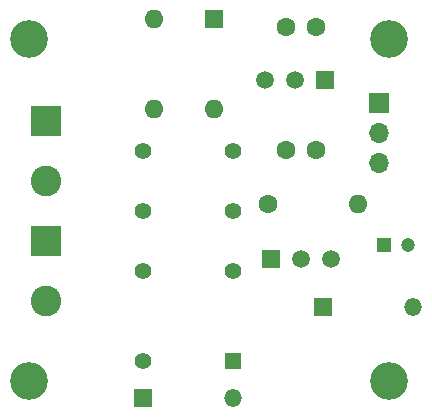
<source format=gbr>
%TF.GenerationSoftware,KiCad,Pcbnew,8.0.2*%
%TF.CreationDate,2024-12-24T23:51:17+01:00*%
%TF.ProjectId,keerlusRelais,6b656572-6c75-4735-9265-6c6169732e6b,rev?*%
%TF.SameCoordinates,Original*%
%TF.FileFunction,Soldermask,Top*%
%TF.FilePolarity,Negative*%
%FSLAX46Y46*%
G04 Gerber Fmt 4.6, Leading zero omitted, Abs format (unit mm)*
G04 Created by KiCad (PCBNEW 8.0.2) date 2024-12-24 23:51:17*
%MOMM*%
%LPD*%
G01*
G04 APERTURE LIST*
%ADD10R,1.500000X1.500000*%
%ADD11O,1.500000X1.500000*%
%ADD12R,1.200000X1.200000*%
%ADD13C,1.200000*%
%ADD14C,1.600000*%
%ADD15R,1.400000X1.400000*%
%ADD16C,1.400000*%
%ADD17C,3.200000*%
%ADD18R,1.600000X1.600000*%
%ADD19O,1.600000X1.600000*%
%ADD20R,2.600000X2.600000*%
%ADD21C,2.600000*%
%ADD22C,1.500000*%
%ADD23R,1.700000X1.700000*%
%ADD24O,1.700000X1.700000*%
G04 APERTURE END LIST*
D10*
%TO.C,D3*%
X168905000Y-68707000D03*
D11*
X176525000Y-68707000D03*
%TD*%
D12*
%TO.C,C3*%
X174033401Y-63500000D03*
D13*
X176033401Y-63500000D03*
%TD*%
D14*
%TO.C,C1*%
X165750000Y-45000000D03*
X168250000Y-45000000D03*
%TD*%
D15*
%TO.C,K1*%
X161242500Y-73246500D03*
D16*
X161242500Y-65626500D03*
X161242500Y-60546500D03*
X161242500Y-55466500D03*
X153622500Y-55466500D03*
X153622500Y-60546500D03*
X153622500Y-65626500D03*
X153622500Y-73246500D03*
%TD*%
D17*
%TO.C,REF\u002A\u002A*%
X144000000Y-46000000D03*
%TD*%
%TO.C,REF\u002A\u002A*%
X174500000Y-75000000D03*
%TD*%
D14*
%TO.C,C2*%
X165770000Y-55414000D03*
X168270000Y-55414000D03*
%TD*%
D18*
%TO.C,D1*%
X159626000Y-44323000D03*
D19*
X154546000Y-44323000D03*
X154546000Y-51943000D03*
X159626000Y-51943000D03*
%TD*%
D20*
%TO.C,J2*%
X145415000Y-63119000D03*
D21*
X145415000Y-68199000D03*
%TD*%
D10*
%TO.C,U1*%
X169040000Y-49500000D03*
D22*
X166500000Y-49500000D03*
X163960000Y-49500000D03*
%TD*%
D20*
%TO.C,J1*%
X145415000Y-52959000D03*
D21*
X145415000Y-58039000D03*
%TD*%
D14*
%TO.C,R1*%
X164190000Y-60000000D03*
D19*
X171810000Y-60000000D03*
%TD*%
D10*
%TO.C,D2*%
X153622500Y-76430500D03*
D11*
X161242500Y-76430500D03*
%TD*%
D10*
%TO.C,Q1*%
X164465000Y-64643000D03*
D22*
X167005000Y-64643000D03*
X169545000Y-64643000D03*
%TD*%
D17*
%TO.C,REF\u002A\u002A*%
X174500000Y-46000000D03*
%TD*%
D23*
%TO.C,J3*%
X173625000Y-51475000D03*
D24*
X173625000Y-54015000D03*
X173625000Y-56555000D03*
%TD*%
D17*
%TO.C,REF\u002A\u002A*%
X144000000Y-75000000D03*
%TD*%
M02*

</source>
